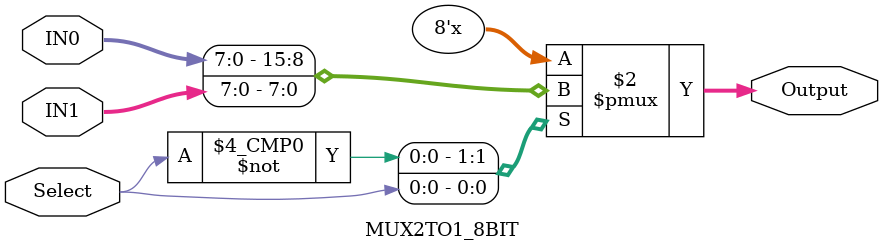
<source format=v>
module MUX2TO1_8BIT (IN0, IN1, Select, Output); 

input [7:0] IN0, IN1; 
input Select ; 
output reg [7:0] Output;

always @ *  
	case (Select) 
		1'b0   : Output <= IN0; 
		1'b1   : Output <= IN1;
	endcase 

endmodule
</source>
